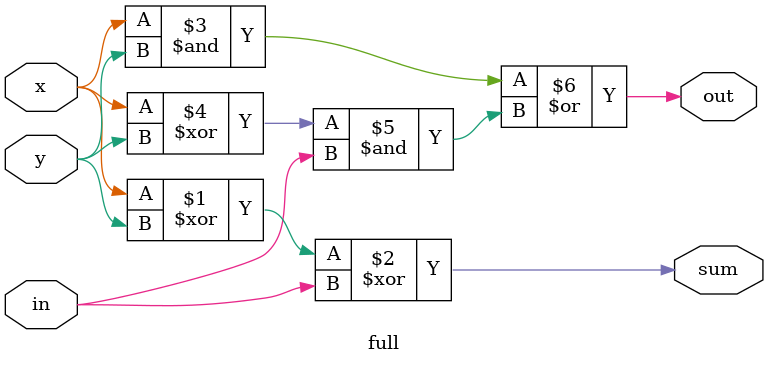
<source format=v>
module full
(
	x,
	y,
	in,
	sum,
	out
);

	input x;
	input y;
	input in;

	output sum;
	output out;
	
	assign sum = (x^y)^in;
	assign out = (x&y)|((x^y)&in);
	
endmodule 

</source>
